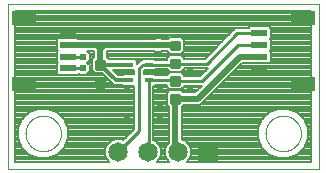
<source format=gtl>
G75*
%MOIN*%
%OFA0B0*%
%FSLAX25Y25*%
%IPPOS*%
%LPD*%
%AMOC8*
5,1,8,0,0,1.08239X$1,22.5*
%
%ADD10C,0.00000*%
%ADD11C,0.00875*%
%ADD12R,0.05315X0.02362*%
%ADD13R,0.07874X0.04724*%
%ADD14R,0.02953X0.01575*%
%ADD15R,0.06500X0.06500*%
%ADD16C,0.06500*%
%ADD17C,0.01000*%
%ADD18C,0.02400*%
%ADD19C,0.00800*%
%ADD20C,0.02000*%
%ADD21C,0.01200*%
D10*
X0001400Y0001400D02*
X0001400Y0056518D01*
X0105022Y0056518D01*
X0105022Y0001400D01*
X0001400Y0001400D01*
X0007305Y0013211D02*
X0007307Y0013364D01*
X0007313Y0013518D01*
X0007323Y0013671D01*
X0007337Y0013823D01*
X0007355Y0013976D01*
X0007377Y0014127D01*
X0007402Y0014278D01*
X0007432Y0014429D01*
X0007466Y0014579D01*
X0007503Y0014727D01*
X0007544Y0014875D01*
X0007589Y0015021D01*
X0007638Y0015167D01*
X0007691Y0015311D01*
X0007747Y0015453D01*
X0007807Y0015594D01*
X0007871Y0015734D01*
X0007938Y0015872D01*
X0008009Y0016008D01*
X0008084Y0016142D01*
X0008161Y0016274D01*
X0008243Y0016404D01*
X0008327Y0016532D01*
X0008415Y0016658D01*
X0008506Y0016781D01*
X0008600Y0016902D01*
X0008698Y0017020D01*
X0008798Y0017136D01*
X0008902Y0017249D01*
X0009008Y0017360D01*
X0009117Y0017468D01*
X0009229Y0017573D01*
X0009343Y0017674D01*
X0009461Y0017773D01*
X0009580Y0017869D01*
X0009702Y0017962D01*
X0009827Y0018051D01*
X0009954Y0018138D01*
X0010083Y0018220D01*
X0010214Y0018300D01*
X0010347Y0018376D01*
X0010482Y0018449D01*
X0010619Y0018518D01*
X0010758Y0018583D01*
X0010898Y0018645D01*
X0011040Y0018703D01*
X0011183Y0018758D01*
X0011328Y0018809D01*
X0011474Y0018856D01*
X0011621Y0018899D01*
X0011769Y0018938D01*
X0011918Y0018974D01*
X0012068Y0019005D01*
X0012219Y0019033D01*
X0012370Y0019057D01*
X0012523Y0019077D01*
X0012675Y0019093D01*
X0012828Y0019105D01*
X0012981Y0019113D01*
X0013134Y0019117D01*
X0013288Y0019117D01*
X0013441Y0019113D01*
X0013594Y0019105D01*
X0013747Y0019093D01*
X0013899Y0019077D01*
X0014052Y0019057D01*
X0014203Y0019033D01*
X0014354Y0019005D01*
X0014504Y0018974D01*
X0014653Y0018938D01*
X0014801Y0018899D01*
X0014948Y0018856D01*
X0015094Y0018809D01*
X0015239Y0018758D01*
X0015382Y0018703D01*
X0015524Y0018645D01*
X0015664Y0018583D01*
X0015803Y0018518D01*
X0015940Y0018449D01*
X0016075Y0018376D01*
X0016208Y0018300D01*
X0016339Y0018220D01*
X0016468Y0018138D01*
X0016595Y0018051D01*
X0016720Y0017962D01*
X0016842Y0017869D01*
X0016961Y0017773D01*
X0017079Y0017674D01*
X0017193Y0017573D01*
X0017305Y0017468D01*
X0017414Y0017360D01*
X0017520Y0017249D01*
X0017624Y0017136D01*
X0017724Y0017020D01*
X0017822Y0016902D01*
X0017916Y0016781D01*
X0018007Y0016658D01*
X0018095Y0016532D01*
X0018179Y0016404D01*
X0018261Y0016274D01*
X0018338Y0016142D01*
X0018413Y0016008D01*
X0018484Y0015872D01*
X0018551Y0015734D01*
X0018615Y0015594D01*
X0018675Y0015453D01*
X0018731Y0015311D01*
X0018784Y0015167D01*
X0018833Y0015021D01*
X0018878Y0014875D01*
X0018919Y0014727D01*
X0018956Y0014579D01*
X0018990Y0014429D01*
X0019020Y0014278D01*
X0019045Y0014127D01*
X0019067Y0013976D01*
X0019085Y0013823D01*
X0019099Y0013671D01*
X0019109Y0013518D01*
X0019115Y0013364D01*
X0019117Y0013211D01*
X0019115Y0013058D01*
X0019109Y0012904D01*
X0019099Y0012751D01*
X0019085Y0012599D01*
X0019067Y0012446D01*
X0019045Y0012295D01*
X0019020Y0012144D01*
X0018990Y0011993D01*
X0018956Y0011843D01*
X0018919Y0011695D01*
X0018878Y0011547D01*
X0018833Y0011401D01*
X0018784Y0011255D01*
X0018731Y0011111D01*
X0018675Y0010969D01*
X0018615Y0010828D01*
X0018551Y0010688D01*
X0018484Y0010550D01*
X0018413Y0010414D01*
X0018338Y0010280D01*
X0018261Y0010148D01*
X0018179Y0010018D01*
X0018095Y0009890D01*
X0018007Y0009764D01*
X0017916Y0009641D01*
X0017822Y0009520D01*
X0017724Y0009402D01*
X0017624Y0009286D01*
X0017520Y0009173D01*
X0017414Y0009062D01*
X0017305Y0008954D01*
X0017193Y0008849D01*
X0017079Y0008748D01*
X0016961Y0008649D01*
X0016842Y0008553D01*
X0016720Y0008460D01*
X0016595Y0008371D01*
X0016468Y0008284D01*
X0016339Y0008202D01*
X0016208Y0008122D01*
X0016075Y0008046D01*
X0015940Y0007973D01*
X0015803Y0007904D01*
X0015664Y0007839D01*
X0015524Y0007777D01*
X0015382Y0007719D01*
X0015239Y0007664D01*
X0015094Y0007613D01*
X0014948Y0007566D01*
X0014801Y0007523D01*
X0014653Y0007484D01*
X0014504Y0007448D01*
X0014354Y0007417D01*
X0014203Y0007389D01*
X0014052Y0007365D01*
X0013899Y0007345D01*
X0013747Y0007329D01*
X0013594Y0007317D01*
X0013441Y0007309D01*
X0013288Y0007305D01*
X0013134Y0007305D01*
X0012981Y0007309D01*
X0012828Y0007317D01*
X0012675Y0007329D01*
X0012523Y0007345D01*
X0012370Y0007365D01*
X0012219Y0007389D01*
X0012068Y0007417D01*
X0011918Y0007448D01*
X0011769Y0007484D01*
X0011621Y0007523D01*
X0011474Y0007566D01*
X0011328Y0007613D01*
X0011183Y0007664D01*
X0011040Y0007719D01*
X0010898Y0007777D01*
X0010758Y0007839D01*
X0010619Y0007904D01*
X0010482Y0007973D01*
X0010347Y0008046D01*
X0010214Y0008122D01*
X0010083Y0008202D01*
X0009954Y0008284D01*
X0009827Y0008371D01*
X0009702Y0008460D01*
X0009580Y0008553D01*
X0009461Y0008649D01*
X0009343Y0008748D01*
X0009229Y0008849D01*
X0009117Y0008954D01*
X0009008Y0009062D01*
X0008902Y0009173D01*
X0008798Y0009286D01*
X0008698Y0009402D01*
X0008600Y0009520D01*
X0008506Y0009641D01*
X0008415Y0009764D01*
X0008327Y0009890D01*
X0008243Y0010018D01*
X0008161Y0010148D01*
X0008084Y0010280D01*
X0008009Y0010414D01*
X0007938Y0010550D01*
X0007871Y0010688D01*
X0007807Y0010828D01*
X0007747Y0010969D01*
X0007691Y0011111D01*
X0007638Y0011255D01*
X0007589Y0011401D01*
X0007544Y0011547D01*
X0007503Y0011695D01*
X0007466Y0011843D01*
X0007432Y0011993D01*
X0007402Y0012144D01*
X0007377Y0012295D01*
X0007355Y0012446D01*
X0007337Y0012599D01*
X0007323Y0012751D01*
X0007313Y0012904D01*
X0007307Y0013058D01*
X0007305Y0013211D01*
X0087305Y0013211D02*
X0087307Y0013364D01*
X0087313Y0013518D01*
X0087323Y0013671D01*
X0087337Y0013823D01*
X0087355Y0013976D01*
X0087377Y0014127D01*
X0087402Y0014278D01*
X0087432Y0014429D01*
X0087466Y0014579D01*
X0087503Y0014727D01*
X0087544Y0014875D01*
X0087589Y0015021D01*
X0087638Y0015167D01*
X0087691Y0015311D01*
X0087747Y0015453D01*
X0087807Y0015594D01*
X0087871Y0015734D01*
X0087938Y0015872D01*
X0088009Y0016008D01*
X0088084Y0016142D01*
X0088161Y0016274D01*
X0088243Y0016404D01*
X0088327Y0016532D01*
X0088415Y0016658D01*
X0088506Y0016781D01*
X0088600Y0016902D01*
X0088698Y0017020D01*
X0088798Y0017136D01*
X0088902Y0017249D01*
X0089008Y0017360D01*
X0089117Y0017468D01*
X0089229Y0017573D01*
X0089343Y0017674D01*
X0089461Y0017773D01*
X0089580Y0017869D01*
X0089702Y0017962D01*
X0089827Y0018051D01*
X0089954Y0018138D01*
X0090083Y0018220D01*
X0090214Y0018300D01*
X0090347Y0018376D01*
X0090482Y0018449D01*
X0090619Y0018518D01*
X0090758Y0018583D01*
X0090898Y0018645D01*
X0091040Y0018703D01*
X0091183Y0018758D01*
X0091328Y0018809D01*
X0091474Y0018856D01*
X0091621Y0018899D01*
X0091769Y0018938D01*
X0091918Y0018974D01*
X0092068Y0019005D01*
X0092219Y0019033D01*
X0092370Y0019057D01*
X0092523Y0019077D01*
X0092675Y0019093D01*
X0092828Y0019105D01*
X0092981Y0019113D01*
X0093134Y0019117D01*
X0093288Y0019117D01*
X0093441Y0019113D01*
X0093594Y0019105D01*
X0093747Y0019093D01*
X0093899Y0019077D01*
X0094052Y0019057D01*
X0094203Y0019033D01*
X0094354Y0019005D01*
X0094504Y0018974D01*
X0094653Y0018938D01*
X0094801Y0018899D01*
X0094948Y0018856D01*
X0095094Y0018809D01*
X0095239Y0018758D01*
X0095382Y0018703D01*
X0095524Y0018645D01*
X0095664Y0018583D01*
X0095803Y0018518D01*
X0095940Y0018449D01*
X0096075Y0018376D01*
X0096208Y0018300D01*
X0096339Y0018220D01*
X0096468Y0018138D01*
X0096595Y0018051D01*
X0096720Y0017962D01*
X0096842Y0017869D01*
X0096961Y0017773D01*
X0097079Y0017674D01*
X0097193Y0017573D01*
X0097305Y0017468D01*
X0097414Y0017360D01*
X0097520Y0017249D01*
X0097624Y0017136D01*
X0097724Y0017020D01*
X0097822Y0016902D01*
X0097916Y0016781D01*
X0098007Y0016658D01*
X0098095Y0016532D01*
X0098179Y0016404D01*
X0098261Y0016274D01*
X0098338Y0016142D01*
X0098413Y0016008D01*
X0098484Y0015872D01*
X0098551Y0015734D01*
X0098615Y0015594D01*
X0098675Y0015453D01*
X0098731Y0015311D01*
X0098784Y0015167D01*
X0098833Y0015021D01*
X0098878Y0014875D01*
X0098919Y0014727D01*
X0098956Y0014579D01*
X0098990Y0014429D01*
X0099020Y0014278D01*
X0099045Y0014127D01*
X0099067Y0013976D01*
X0099085Y0013823D01*
X0099099Y0013671D01*
X0099109Y0013518D01*
X0099115Y0013364D01*
X0099117Y0013211D01*
X0099115Y0013058D01*
X0099109Y0012904D01*
X0099099Y0012751D01*
X0099085Y0012599D01*
X0099067Y0012446D01*
X0099045Y0012295D01*
X0099020Y0012144D01*
X0098990Y0011993D01*
X0098956Y0011843D01*
X0098919Y0011695D01*
X0098878Y0011547D01*
X0098833Y0011401D01*
X0098784Y0011255D01*
X0098731Y0011111D01*
X0098675Y0010969D01*
X0098615Y0010828D01*
X0098551Y0010688D01*
X0098484Y0010550D01*
X0098413Y0010414D01*
X0098338Y0010280D01*
X0098261Y0010148D01*
X0098179Y0010018D01*
X0098095Y0009890D01*
X0098007Y0009764D01*
X0097916Y0009641D01*
X0097822Y0009520D01*
X0097724Y0009402D01*
X0097624Y0009286D01*
X0097520Y0009173D01*
X0097414Y0009062D01*
X0097305Y0008954D01*
X0097193Y0008849D01*
X0097079Y0008748D01*
X0096961Y0008649D01*
X0096842Y0008553D01*
X0096720Y0008460D01*
X0096595Y0008371D01*
X0096468Y0008284D01*
X0096339Y0008202D01*
X0096208Y0008122D01*
X0096075Y0008046D01*
X0095940Y0007973D01*
X0095803Y0007904D01*
X0095664Y0007839D01*
X0095524Y0007777D01*
X0095382Y0007719D01*
X0095239Y0007664D01*
X0095094Y0007613D01*
X0094948Y0007566D01*
X0094801Y0007523D01*
X0094653Y0007484D01*
X0094504Y0007448D01*
X0094354Y0007417D01*
X0094203Y0007389D01*
X0094052Y0007365D01*
X0093899Y0007345D01*
X0093747Y0007329D01*
X0093594Y0007317D01*
X0093441Y0007309D01*
X0093288Y0007305D01*
X0093134Y0007305D01*
X0092981Y0007309D01*
X0092828Y0007317D01*
X0092675Y0007329D01*
X0092523Y0007345D01*
X0092370Y0007365D01*
X0092219Y0007389D01*
X0092068Y0007417D01*
X0091918Y0007448D01*
X0091769Y0007484D01*
X0091621Y0007523D01*
X0091474Y0007566D01*
X0091328Y0007613D01*
X0091183Y0007664D01*
X0091040Y0007719D01*
X0090898Y0007777D01*
X0090758Y0007839D01*
X0090619Y0007904D01*
X0090482Y0007973D01*
X0090347Y0008046D01*
X0090214Y0008122D01*
X0090083Y0008202D01*
X0089954Y0008284D01*
X0089827Y0008371D01*
X0089702Y0008460D01*
X0089580Y0008553D01*
X0089461Y0008649D01*
X0089343Y0008748D01*
X0089229Y0008849D01*
X0089117Y0008954D01*
X0089008Y0009062D01*
X0088902Y0009173D01*
X0088798Y0009286D01*
X0088698Y0009402D01*
X0088600Y0009520D01*
X0088506Y0009641D01*
X0088415Y0009764D01*
X0088327Y0009890D01*
X0088243Y0010018D01*
X0088161Y0010148D01*
X0088084Y0010280D01*
X0088009Y0010414D01*
X0087938Y0010550D01*
X0087871Y0010688D01*
X0087807Y0010828D01*
X0087747Y0010969D01*
X0087691Y0011111D01*
X0087638Y0011255D01*
X0087589Y0011401D01*
X0087544Y0011547D01*
X0087503Y0011695D01*
X0087466Y0011843D01*
X0087432Y0011993D01*
X0087402Y0012144D01*
X0087377Y0012295D01*
X0087355Y0012446D01*
X0087337Y0012599D01*
X0087323Y0012751D01*
X0087313Y0012904D01*
X0087307Y0013058D01*
X0087305Y0013211D01*
D11*
X0055918Y0023469D02*
X0055918Y0026095D01*
X0058544Y0026095D01*
X0058544Y0023469D01*
X0055918Y0023469D01*
X0055918Y0024343D02*
X0058544Y0024343D01*
X0058544Y0025217D02*
X0055918Y0025217D01*
X0055918Y0026091D02*
X0058544Y0026091D01*
X0055918Y0029469D02*
X0055918Y0032095D01*
X0058544Y0032095D01*
X0058544Y0029469D01*
X0055918Y0029469D01*
X0055918Y0030343D02*
X0058544Y0030343D01*
X0058544Y0031217D02*
X0055918Y0031217D01*
X0055918Y0032091D02*
X0058544Y0032091D01*
X0058582Y0035205D02*
X0058582Y0037831D01*
X0058582Y0035205D02*
X0055956Y0035205D01*
X0055956Y0037831D01*
X0058582Y0037831D01*
X0058582Y0036079D02*
X0055956Y0036079D01*
X0055956Y0036953D02*
X0058582Y0036953D01*
X0058582Y0037827D02*
X0055956Y0037827D01*
X0058582Y0041205D02*
X0058582Y0043831D01*
X0058582Y0041205D02*
X0055956Y0041205D01*
X0055956Y0043831D01*
X0058582Y0043831D01*
X0058582Y0042079D02*
X0055956Y0042079D01*
X0055956Y0042953D02*
X0058582Y0042953D01*
X0058582Y0043827D02*
X0055956Y0043827D01*
X0033575Y0037463D02*
X0033575Y0034837D01*
X0030949Y0034837D01*
X0030949Y0037463D01*
X0033575Y0037463D01*
X0033575Y0035711D02*
X0030949Y0035711D01*
X0030949Y0036585D02*
X0033575Y0036585D01*
X0033575Y0037459D02*
X0030949Y0037459D01*
X0033575Y0031463D02*
X0033575Y0028837D01*
X0030949Y0028837D01*
X0030949Y0031463D01*
X0033575Y0031463D01*
X0033575Y0029711D02*
X0030949Y0029711D01*
X0030949Y0030585D02*
X0033575Y0030585D01*
X0033575Y0031459D02*
X0030949Y0031459D01*
D12*
X0021400Y0034865D03*
X0021400Y0038802D03*
X0021400Y0042739D03*
X0021400Y0046676D03*
X0085243Y0046676D03*
X0085243Y0042739D03*
X0085243Y0038802D03*
X0085243Y0034865D03*
D13*
X0099712Y0029746D03*
X0099712Y0051794D03*
X0006931Y0051794D03*
X0006931Y0029746D03*
D14*
X0041820Y0031059D03*
X0041820Y0033618D03*
X0041820Y0036177D03*
X0048317Y0036177D03*
X0048317Y0033677D03*
X0048317Y0031059D03*
D15*
X0068211Y0007000D03*
D16*
X0058211Y0007000D03*
X0048211Y0007000D03*
X0038211Y0007000D03*
D17*
X0045100Y0013889D01*
X0045100Y0034900D01*
X0046377Y0036177D01*
X0048317Y0036177D01*
X0056928Y0036177D01*
X0057269Y0036518D01*
X0057287Y0036500D01*
X0067700Y0036500D01*
X0077876Y0046676D01*
X0085243Y0046676D01*
X0085243Y0042739D02*
X0078239Y0042739D01*
X0066200Y0030700D01*
X0057313Y0030700D01*
X0057231Y0030782D01*
X0056954Y0031059D01*
X0048317Y0031059D01*
X0048317Y0007106D01*
X0048211Y0007000D01*
X0026365Y0034865D02*
X0021400Y0034865D01*
X0026365Y0034865D02*
X0026400Y0034900D01*
X0026400Y0038800D02*
X0026398Y0038802D01*
X0021400Y0038802D01*
D18*
X0026400Y0038800D03*
X0026400Y0034900D03*
X0038600Y0033600D03*
X0041300Y0028000D03*
X0052300Y0028000D03*
X0052300Y0023000D03*
X0052300Y0018000D03*
X0041300Y0018000D03*
X0062300Y0028000D03*
X0062300Y0033600D03*
X0052300Y0033600D03*
X0051500Y0042739D03*
D19*
X0052653Y0044839D02*
X0052453Y0045039D01*
X0050547Y0045039D01*
X0050347Y0044839D01*
X0024694Y0044839D01*
X0024513Y0045020D01*
X0018287Y0045020D01*
X0017643Y0044375D01*
X0017643Y0041102D01*
X0017974Y0040770D01*
X0017643Y0040438D01*
X0017643Y0037165D01*
X0017974Y0036833D01*
X0017643Y0036501D01*
X0017643Y0033228D01*
X0018287Y0032583D01*
X0024513Y0032583D01*
X0024988Y0033059D01*
X0025447Y0032600D01*
X0027353Y0032600D01*
X0028700Y0033947D01*
X0028700Y0035853D01*
X0027703Y0036850D01*
X0028700Y0037847D01*
X0028700Y0039753D01*
X0027814Y0040639D01*
X0030130Y0040639D01*
X0030162Y0040607D01*
X0030162Y0038849D01*
X0029412Y0038099D01*
X0029412Y0034200D01*
X0030313Y0033300D01*
X0032708Y0033300D01*
X0036649Y0029359D01*
X0039701Y0029359D01*
X0039888Y0029172D01*
X0043500Y0029172D01*
X0043500Y0014552D01*
X0039940Y0010992D01*
X0039076Y0011350D01*
X0037346Y0011350D01*
X0035747Y0010688D01*
X0034523Y0009464D01*
X0033861Y0007865D01*
X0033861Y0006135D01*
X0034523Y0004536D01*
X0035259Y0003800D01*
X0003800Y0003800D01*
X0003800Y0054118D01*
X0102622Y0054118D01*
X0102622Y0003800D01*
X0061163Y0003800D01*
X0061899Y0004536D01*
X0062561Y0006135D01*
X0062561Y0007865D01*
X0061899Y0009464D01*
X0060675Y0010688D01*
X0059331Y0011244D01*
X0059331Y0022083D01*
X0059931Y0022682D01*
X0065552Y0022682D01*
X0079571Y0036702D01*
X0081949Y0036702D01*
X0082130Y0036520D01*
X0088356Y0036520D01*
X0089001Y0037165D01*
X0089001Y0040438D01*
X0088669Y0040770D01*
X0089001Y0041102D01*
X0089001Y0044375D01*
X0088669Y0044707D01*
X0089001Y0045039D01*
X0089001Y0048312D01*
X0088356Y0048957D01*
X0082130Y0048957D01*
X0081486Y0048312D01*
X0081486Y0048276D01*
X0077213Y0048276D01*
X0067037Y0038100D01*
X0060118Y0038100D01*
X0060118Y0038467D01*
X0059218Y0039368D01*
X0055319Y0039368D01*
X0054419Y0038467D01*
X0054419Y0037777D01*
X0050536Y0037777D01*
X0050249Y0038065D01*
X0046385Y0038065D01*
X0046097Y0037777D01*
X0045714Y0037777D01*
X0044437Y0036500D01*
X0044397Y0036460D01*
X0044397Y0037420D01*
X0043752Y0038065D01*
X0039888Y0038065D01*
X0039701Y0037877D01*
X0035112Y0037877D01*
X0035112Y0038099D01*
X0034362Y0038849D01*
X0034362Y0040631D01*
X0034370Y0040639D01*
X0050347Y0040639D01*
X0050547Y0040439D01*
X0052453Y0040439D01*
X0052653Y0040639D01*
X0054419Y0040639D01*
X0054419Y0040569D01*
X0055319Y0039668D01*
X0059218Y0039668D01*
X0060118Y0040569D01*
X0060118Y0044467D01*
X0059218Y0045368D01*
X0055319Y0045368D01*
X0054790Y0044839D01*
X0052653Y0044839D01*
X0055269Y0045318D02*
X0003800Y0045318D01*
X0003800Y0044520D02*
X0017787Y0044520D01*
X0017643Y0043721D02*
X0003800Y0043721D01*
X0003800Y0042923D02*
X0017643Y0042923D01*
X0017643Y0042124D02*
X0003800Y0042124D01*
X0003800Y0041326D02*
X0017643Y0041326D01*
X0017731Y0040527D02*
X0003800Y0040527D01*
X0003800Y0039729D02*
X0017643Y0039729D01*
X0017643Y0038930D02*
X0003800Y0038930D01*
X0003800Y0038132D02*
X0017643Y0038132D01*
X0017643Y0037333D02*
X0003800Y0037333D01*
X0003800Y0036534D02*
X0017676Y0036534D01*
X0017643Y0035736D02*
X0003800Y0035736D01*
X0003800Y0034937D02*
X0017643Y0034937D01*
X0017643Y0034139D02*
X0003800Y0034139D01*
X0003800Y0033340D02*
X0017643Y0033340D01*
X0028093Y0033340D02*
X0030272Y0033340D01*
X0029473Y0034139D02*
X0028700Y0034139D01*
X0028700Y0034937D02*
X0029412Y0034937D01*
X0029412Y0035736D02*
X0028700Y0035736D01*
X0028018Y0036534D02*
X0029412Y0036534D01*
X0029412Y0037333D02*
X0028186Y0037333D01*
X0028700Y0038132D02*
X0029445Y0038132D01*
X0030162Y0038930D02*
X0028700Y0038930D01*
X0028700Y0039729D02*
X0030162Y0039729D01*
X0030162Y0040527D02*
X0027926Y0040527D01*
X0034362Y0040527D02*
X0050459Y0040527D01*
X0052541Y0040527D02*
X0054460Y0040527D01*
X0055259Y0039729D02*
X0034362Y0039729D01*
X0034362Y0038930D02*
X0054881Y0038930D01*
X0054419Y0038132D02*
X0035080Y0038132D01*
X0036339Y0034477D02*
X0039701Y0034477D01*
X0039888Y0034290D01*
X0043500Y0034290D01*
X0043500Y0032946D01*
X0039888Y0032946D01*
X0039701Y0032759D01*
X0038057Y0032759D01*
X0036339Y0034477D01*
X0036677Y0034139D02*
X0043500Y0034139D01*
X0043500Y0033340D02*
X0037476Y0033340D01*
X0034264Y0031743D02*
X0003800Y0031743D01*
X0003800Y0032542D02*
X0033466Y0032542D01*
X0035063Y0030945D02*
X0003800Y0030945D01*
X0003800Y0030146D02*
X0035861Y0030146D01*
X0039712Y0029348D02*
X0003800Y0029348D01*
X0003800Y0028549D02*
X0043500Y0028549D01*
X0043500Y0027751D02*
X0003800Y0027751D01*
X0003800Y0026952D02*
X0043500Y0026952D01*
X0043500Y0026154D02*
X0003800Y0026154D01*
X0003800Y0025355D02*
X0043500Y0025355D01*
X0043500Y0024557D02*
X0003800Y0024557D01*
X0003800Y0023758D02*
X0043500Y0023758D01*
X0043500Y0022960D02*
X0003800Y0022960D01*
X0003800Y0022161D02*
X0043500Y0022161D01*
X0043500Y0021363D02*
X0015234Y0021363D01*
X0014863Y0021517D02*
X0011559Y0021517D01*
X0008506Y0020252D01*
X0006170Y0017916D01*
X0004906Y0014863D01*
X0004906Y0011559D01*
X0006170Y0008506D01*
X0008506Y0006170D01*
X0011559Y0004906D01*
X0014863Y0004906D01*
X0017916Y0006170D01*
X0020252Y0008506D01*
X0021517Y0011559D01*
X0021517Y0014863D01*
X0020252Y0017916D01*
X0017916Y0020252D01*
X0014863Y0021517D01*
X0017162Y0020564D02*
X0043500Y0020564D01*
X0043500Y0019766D02*
X0018402Y0019766D01*
X0019201Y0018967D02*
X0043500Y0018967D01*
X0043500Y0018169D02*
X0019999Y0018169D01*
X0020478Y0017370D02*
X0043500Y0017370D01*
X0043500Y0016572D02*
X0020809Y0016572D01*
X0021140Y0015773D02*
X0043500Y0015773D01*
X0043500Y0014975D02*
X0021470Y0014975D01*
X0021517Y0014176D02*
X0043124Y0014176D01*
X0042326Y0013378D02*
X0021517Y0013378D01*
X0021517Y0012579D02*
X0041527Y0012579D01*
X0040729Y0011781D02*
X0021517Y0011781D01*
X0021278Y0010982D02*
X0036458Y0010982D01*
X0035243Y0010184D02*
X0020947Y0010184D01*
X0020616Y0009385D02*
X0034491Y0009385D01*
X0034160Y0008587D02*
X0020285Y0008587D01*
X0019534Y0007788D02*
X0033861Y0007788D01*
X0033861Y0006990D02*
X0018735Y0006990D01*
X0017937Y0006191D02*
X0033861Y0006191D01*
X0034168Y0005393D02*
X0016039Y0005393D01*
X0010383Y0005393D02*
X0003800Y0005393D01*
X0003800Y0006191D02*
X0008485Y0006191D01*
X0007687Y0006990D02*
X0003800Y0006990D01*
X0003800Y0007788D02*
X0006888Y0007788D01*
X0006137Y0008587D02*
X0003800Y0008587D01*
X0003800Y0009385D02*
X0005806Y0009385D01*
X0005475Y0010184D02*
X0003800Y0010184D01*
X0003800Y0010982D02*
X0005144Y0010982D01*
X0004906Y0011781D02*
X0003800Y0011781D01*
X0003800Y0012579D02*
X0004906Y0012579D01*
X0004906Y0013378D02*
X0003800Y0013378D01*
X0003800Y0014176D02*
X0004906Y0014176D01*
X0004952Y0014975D02*
X0003800Y0014975D01*
X0003800Y0015773D02*
X0005282Y0015773D01*
X0005613Y0016572D02*
X0003800Y0016572D01*
X0003800Y0017370D02*
X0005944Y0017370D01*
X0006423Y0018169D02*
X0003800Y0018169D01*
X0003800Y0018967D02*
X0007221Y0018967D01*
X0008020Y0019766D02*
X0003800Y0019766D01*
X0003800Y0020564D02*
X0009260Y0020564D01*
X0011188Y0021363D02*
X0003800Y0021363D01*
X0003800Y0004594D02*
X0034499Y0004594D01*
X0049917Y0011002D02*
X0049917Y0029172D01*
X0050249Y0029172D01*
X0050536Y0029459D01*
X0054381Y0029459D01*
X0054381Y0028833D01*
X0055282Y0027932D01*
X0059181Y0027932D01*
X0060081Y0028833D01*
X0060081Y0029100D01*
X0066030Y0029100D01*
X0063812Y0026882D01*
X0059931Y0026882D01*
X0059181Y0027632D01*
X0055282Y0027632D01*
X0054381Y0026731D01*
X0054381Y0022833D01*
X0055131Y0022083D01*
X0055131Y0010072D01*
X0054523Y0009464D01*
X0053861Y0007865D01*
X0053861Y0006135D01*
X0054523Y0004536D01*
X0055259Y0003800D01*
X0051163Y0003800D01*
X0051899Y0004536D01*
X0052561Y0006135D01*
X0052561Y0007865D01*
X0051899Y0009464D01*
X0050675Y0010688D01*
X0049917Y0011002D01*
X0049964Y0010982D02*
X0055131Y0010982D01*
X0055131Y0010184D02*
X0051179Y0010184D01*
X0051931Y0009385D02*
X0054491Y0009385D01*
X0054160Y0008587D02*
X0052262Y0008587D01*
X0052561Y0007788D02*
X0053861Y0007788D01*
X0053861Y0006990D02*
X0052561Y0006990D01*
X0052561Y0006191D02*
X0053861Y0006191D01*
X0054168Y0005393D02*
X0052254Y0005393D01*
X0051923Y0004594D02*
X0054499Y0004594D01*
X0061923Y0004594D02*
X0102622Y0004594D01*
X0102622Y0005393D02*
X0096039Y0005393D01*
X0094863Y0004906D02*
X0097916Y0006170D01*
X0100252Y0008506D01*
X0101517Y0011559D01*
X0101517Y0014863D01*
X0100252Y0017916D01*
X0097916Y0020252D01*
X0094863Y0021517D01*
X0091559Y0021517D01*
X0088506Y0020252D01*
X0086170Y0017916D01*
X0084906Y0014863D01*
X0084906Y0011559D01*
X0086170Y0008506D01*
X0088506Y0006170D01*
X0091559Y0004906D01*
X0094863Y0004906D01*
X0097937Y0006191D02*
X0102622Y0006191D01*
X0102622Y0006990D02*
X0098735Y0006990D01*
X0099534Y0007788D02*
X0102622Y0007788D01*
X0102622Y0008587D02*
X0100285Y0008587D01*
X0100616Y0009385D02*
X0102622Y0009385D01*
X0102622Y0010184D02*
X0100947Y0010184D01*
X0101278Y0010982D02*
X0102622Y0010982D01*
X0102622Y0011781D02*
X0101517Y0011781D01*
X0101517Y0012579D02*
X0102622Y0012579D01*
X0102622Y0013378D02*
X0101517Y0013378D01*
X0101517Y0014176D02*
X0102622Y0014176D01*
X0102622Y0014975D02*
X0101470Y0014975D01*
X0101140Y0015773D02*
X0102622Y0015773D01*
X0102622Y0016572D02*
X0100809Y0016572D01*
X0100478Y0017370D02*
X0102622Y0017370D01*
X0102622Y0018169D02*
X0099999Y0018169D01*
X0099201Y0018967D02*
X0102622Y0018967D01*
X0102622Y0019766D02*
X0098402Y0019766D01*
X0097162Y0020564D02*
X0102622Y0020564D01*
X0102622Y0021363D02*
X0095234Y0021363D01*
X0091188Y0021363D02*
X0059331Y0021363D01*
X0059331Y0020564D02*
X0089260Y0020564D01*
X0088020Y0019766D02*
X0059331Y0019766D01*
X0059331Y0018967D02*
X0087221Y0018967D01*
X0086423Y0018169D02*
X0059331Y0018169D01*
X0059331Y0017370D02*
X0085944Y0017370D01*
X0085613Y0016572D02*
X0059331Y0016572D01*
X0059331Y0015773D02*
X0085282Y0015773D01*
X0084952Y0014975D02*
X0059331Y0014975D01*
X0059331Y0014176D02*
X0084906Y0014176D01*
X0084906Y0013378D02*
X0059331Y0013378D01*
X0059331Y0012579D02*
X0084906Y0012579D01*
X0084906Y0011781D02*
X0059331Y0011781D01*
X0059964Y0010982D02*
X0085144Y0010982D01*
X0085475Y0010184D02*
X0061179Y0010184D01*
X0061931Y0009385D02*
X0085806Y0009385D01*
X0086137Y0008587D02*
X0062262Y0008587D01*
X0062561Y0007788D02*
X0086888Y0007788D01*
X0087687Y0006990D02*
X0062561Y0006990D01*
X0062561Y0006191D02*
X0088485Y0006191D01*
X0090383Y0005393D02*
X0062254Y0005393D01*
X0055131Y0011781D02*
X0049917Y0011781D01*
X0049917Y0012579D02*
X0055131Y0012579D01*
X0055131Y0013378D02*
X0049917Y0013378D01*
X0049917Y0014176D02*
X0055131Y0014176D01*
X0055131Y0014975D02*
X0049917Y0014975D01*
X0049917Y0015773D02*
X0055131Y0015773D01*
X0055131Y0016572D02*
X0049917Y0016572D01*
X0049917Y0017370D02*
X0055131Y0017370D01*
X0055131Y0018169D02*
X0049917Y0018169D01*
X0049917Y0018967D02*
X0055131Y0018967D01*
X0055131Y0019766D02*
X0049917Y0019766D01*
X0049917Y0020564D02*
X0055131Y0020564D01*
X0055131Y0021363D02*
X0049917Y0021363D01*
X0049917Y0022161D02*
X0055053Y0022161D01*
X0054381Y0022960D02*
X0049917Y0022960D01*
X0049917Y0023758D02*
X0054381Y0023758D01*
X0054381Y0024557D02*
X0049917Y0024557D01*
X0049917Y0025355D02*
X0054381Y0025355D01*
X0054381Y0026154D02*
X0049917Y0026154D01*
X0049917Y0026952D02*
X0054603Y0026952D01*
X0054665Y0028549D02*
X0049917Y0028549D01*
X0049917Y0027751D02*
X0064681Y0027751D01*
X0065480Y0028549D02*
X0059798Y0028549D01*
X0059860Y0026952D02*
X0063883Y0026952D01*
X0067427Y0024557D02*
X0102622Y0024557D01*
X0102622Y0025355D02*
X0068225Y0025355D01*
X0069024Y0026154D02*
X0102622Y0026154D01*
X0102622Y0026952D02*
X0069822Y0026952D01*
X0070621Y0027751D02*
X0102622Y0027751D01*
X0102622Y0028549D02*
X0071419Y0028549D01*
X0072218Y0029348D02*
X0102622Y0029348D01*
X0102622Y0030146D02*
X0073016Y0030146D01*
X0073815Y0030945D02*
X0102622Y0030945D01*
X0102622Y0031743D02*
X0074613Y0031743D01*
X0075412Y0032542D02*
X0102622Y0032542D01*
X0102622Y0033340D02*
X0076210Y0033340D01*
X0077009Y0034139D02*
X0102622Y0034139D01*
X0102622Y0034937D02*
X0077807Y0034937D01*
X0078606Y0035736D02*
X0102622Y0035736D01*
X0102622Y0036534D02*
X0088370Y0036534D01*
X0089001Y0037333D02*
X0102622Y0037333D01*
X0102622Y0038132D02*
X0089001Y0038132D01*
X0089001Y0038930D02*
X0102622Y0038930D01*
X0102622Y0039729D02*
X0089001Y0039729D01*
X0088912Y0040527D02*
X0102622Y0040527D01*
X0102622Y0041326D02*
X0089001Y0041326D01*
X0089001Y0042124D02*
X0102622Y0042124D01*
X0102622Y0042923D02*
X0089001Y0042923D01*
X0089001Y0043721D02*
X0102622Y0043721D01*
X0102622Y0044520D02*
X0088856Y0044520D01*
X0089001Y0045318D02*
X0102622Y0045318D01*
X0102622Y0046117D02*
X0089001Y0046117D01*
X0089001Y0046915D02*
X0102622Y0046915D01*
X0102622Y0047714D02*
X0089001Y0047714D01*
X0088801Y0048512D02*
X0102622Y0048512D01*
X0102622Y0049311D02*
X0003800Y0049311D01*
X0003800Y0050109D02*
X0102622Y0050109D01*
X0102622Y0050908D02*
X0003800Y0050908D01*
X0003800Y0051706D02*
X0102622Y0051706D01*
X0102622Y0052505D02*
X0003800Y0052505D01*
X0003800Y0053303D02*
X0102622Y0053303D01*
X0102622Y0054102D02*
X0003800Y0054102D01*
X0003800Y0048512D02*
X0081686Y0048512D01*
X0076651Y0047714D02*
X0003800Y0047714D01*
X0003800Y0046915D02*
X0075852Y0046915D01*
X0075054Y0046117D02*
X0003800Y0046117D01*
X0044397Y0037333D02*
X0045270Y0037333D01*
X0044472Y0036534D02*
X0044397Y0036534D01*
X0046700Y0034237D02*
X0046752Y0034290D01*
X0050249Y0034290D01*
X0050536Y0034577D01*
X0054419Y0034577D01*
X0054419Y0034569D01*
X0055319Y0033668D01*
X0059218Y0033668D01*
X0060118Y0034569D01*
X0060118Y0034900D01*
X0068137Y0034900D01*
X0065537Y0032300D01*
X0060081Y0032300D01*
X0060081Y0032731D01*
X0059181Y0033632D01*
X0055282Y0033632D01*
X0054381Y0032731D01*
X0054381Y0032659D01*
X0050536Y0032659D01*
X0050249Y0032946D01*
X0046700Y0032946D01*
X0046700Y0034237D01*
X0046700Y0034139D02*
X0054848Y0034139D01*
X0054991Y0033340D02*
X0046700Y0033340D01*
X0050425Y0029348D02*
X0054381Y0029348D01*
X0060081Y0032542D02*
X0065779Y0032542D01*
X0066578Y0033340D02*
X0059472Y0033340D01*
X0059689Y0034139D02*
X0067376Y0034139D01*
X0067069Y0038132D02*
X0060118Y0038132D01*
X0059656Y0038930D02*
X0067867Y0038930D01*
X0068666Y0039729D02*
X0059278Y0039729D01*
X0060077Y0040527D02*
X0069464Y0040527D01*
X0070263Y0041326D02*
X0060118Y0041326D01*
X0060118Y0042124D02*
X0071061Y0042124D01*
X0071860Y0042923D02*
X0060118Y0042923D01*
X0060118Y0043721D02*
X0072658Y0043721D01*
X0073457Y0044520D02*
X0060066Y0044520D01*
X0059268Y0045318D02*
X0074255Y0045318D01*
X0079404Y0036534D02*
X0082116Y0036534D01*
X0066628Y0023758D02*
X0102622Y0023758D01*
X0102622Y0022960D02*
X0065830Y0022960D01*
X0059410Y0022161D02*
X0102622Y0022161D01*
D20*
X0085243Y0038802D02*
X0078702Y0038802D01*
X0064682Y0024782D01*
X0057231Y0024782D01*
X0057231Y0007980D01*
X0058211Y0007000D01*
X0032262Y0036150D02*
X0032262Y0041476D01*
X0032262Y0041501D01*
X0033500Y0042739D01*
X0051500Y0042739D01*
X0057048Y0042739D01*
X0057269Y0042518D01*
X0033500Y0042739D02*
X0032100Y0042739D01*
X0032262Y0042576D01*
X0032262Y0041501D01*
X0032262Y0041476D02*
X0031000Y0042739D01*
X0032100Y0042739D01*
X0031000Y0042739D02*
X0021400Y0042739D01*
D21*
X0032262Y0036150D02*
X0037353Y0031059D01*
X0041820Y0031059D01*
X0041820Y0036177D02*
X0032290Y0036177D01*
X0032262Y0036150D01*
M02*

</source>
